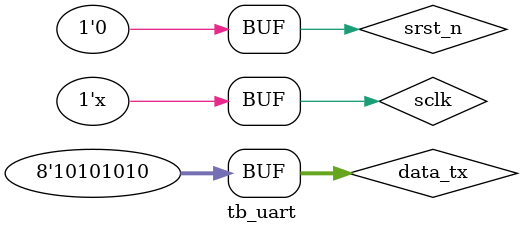
<source format=v>

`timescale 10ns / 10ns
module tb_uart ();
/////////////////////////////////////////////
// parameter and signals
/////////////////////////////////////////////
// parameter

// regs or wires
reg sclk = 0;
reg srst_n = 0;
/////////////////////////////////////////////
// main code
/////////////////////////////////////////////
// System clock
always #10 sclk = ~sclk;

//inital
initial begin
    #0
     srst_n = 0;
    #30
     srst_n = 1;
    #10 srst_n = 0;
end

reg [7:0]data_tx = 8'b10101010;
wire[7:0]data_rx;
wire datareadFlag;

reg [31 : 0] databuffer;
wire tx;
always @ (posedge sclk) begin
    databuffer <= {databuffer[30:0],tx};
end
// models
uart uart_test_inst(
         //clock
         .clk(sclk),

         //flags
         .tx_trig(srst_n),
         .rx_flag(datareadFlag),

         //data interface
         .data_tx(data_tx),
         .data_rx(data_rx),

         //interface
         .tx(tx),
         .rx(databuffer[31])
     );

/////////////////////////////////////////////
// code end
/////////////////////////////////////////////
endmodule

</source>
